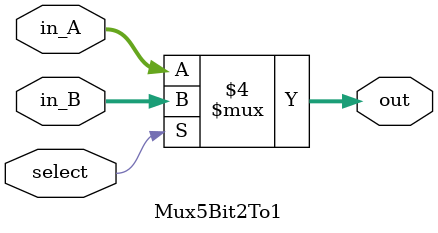
<source format=v>
`timescale 1ns / 1ps


module Mux5Bit2To1(
    input select,               // select signal for output
    input [4:0] in_A,           // input 0
    input [4:0] in_B,           // input 1
    
    output reg [4:0] out        // selected output
    );
    
    always @(select, in_A, in_B) begin
        if (select == 1'b1) begin out <= in_B; end
        else begin out <= in_A; end
    end
    
endmodule

</source>
